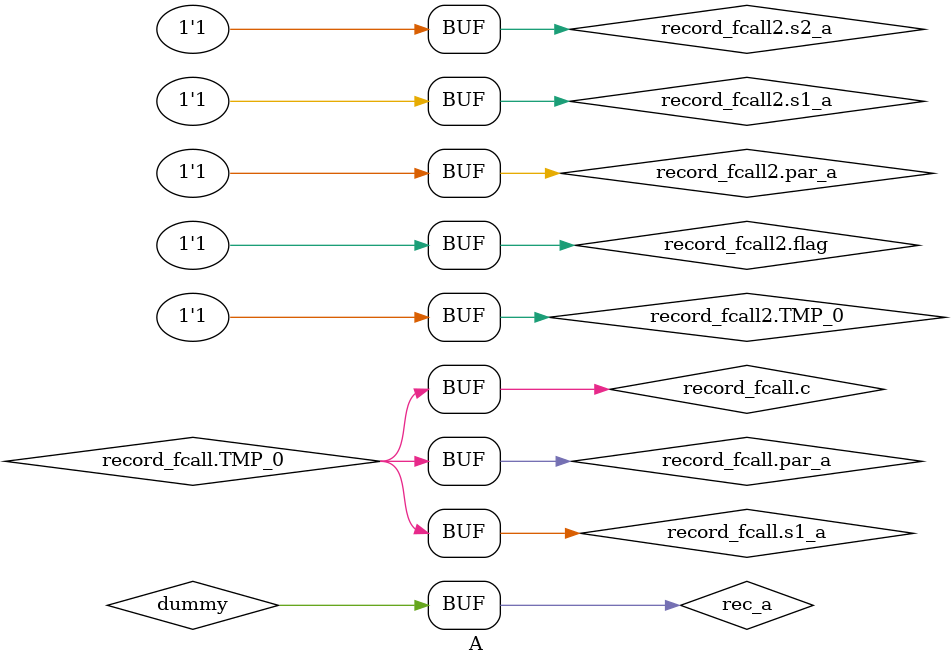
<source format=sv>

module B_top // "b_mod"
(
);


//------------------------------------------------------------------------------
// Child module instances

A a_mod
(

);

endmodule



//==============================================================================
//
// Module: A (test_if_method.cpp:75:5)
//
module A // "b_mod.a_mod"
(
);

// Variables generated for SystemC signals
logic dummy;

//------------------------------------------------------------------------------
// Method process: record_fcall (test_if_method.cpp:45:5) 

always_comb 
begin : record_fcall     // test_if_method.cpp:45:5
    logic s1_a;
    integer s1_b;
    logic TMP_0;
    logic par_a;
    integer par_b;
    logic c;
    logic s2_a;
    integer s2_b;
    par_a = s1_a; par_b = s1_b;
    // Call f() begin
    TMP_0 = par_a;
    // Call f() end
    c = TMP_0;
    if (c)
    begin
        s2_b = 42;
    end
end

//------------------------------------------------------------------------------
// Method process: record_fcall2 (test_if_method.cpp:56:5) 

// Process-local variables
logic rec_a;

always_comb 
begin : record_fcall2     // test_if_method.cpp:56:5
    logic s1_a;
    integer s1_b;
    logic s2_a;
    integer s2_b;
    logic TMP_0;
    logic par_a;
    integer par_b;
    logic flag;
    integer s1_1;
    rec_a = dummy;
    // Call seta() begin
    s1_a = 1;
    // Call seta() end
    // Call seta() begin
    s2_a = 1;
    // Call seta() end
    par_a = s1_a; par_b = s1_b;
    // Call f() begin
    TMP_0 = par_a;
    // Call f() end
    flag = TMP_0;
    if (rec_a)
    begin
        s1_1 = s2_b;
    end
end

endmodule



</source>
